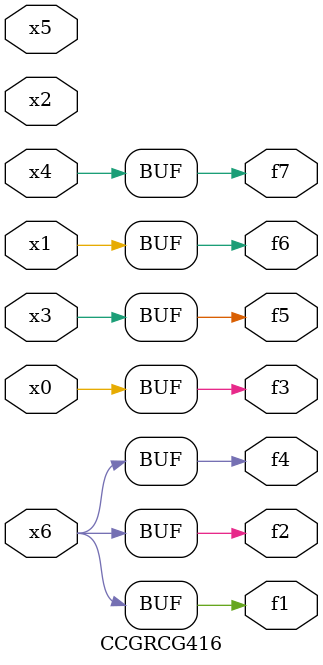
<source format=v>
module CCGRCG416(
	input x0, x1, x2, x3, x4, x5, x6,
	output f1, f2, f3, f4, f5, f6, f7
);
	assign f1 = x6;
	assign f2 = x6;
	assign f3 = x0;
	assign f4 = x6;
	assign f5 = x3;
	assign f6 = x1;
	assign f7 = x4;
endmodule

</source>
